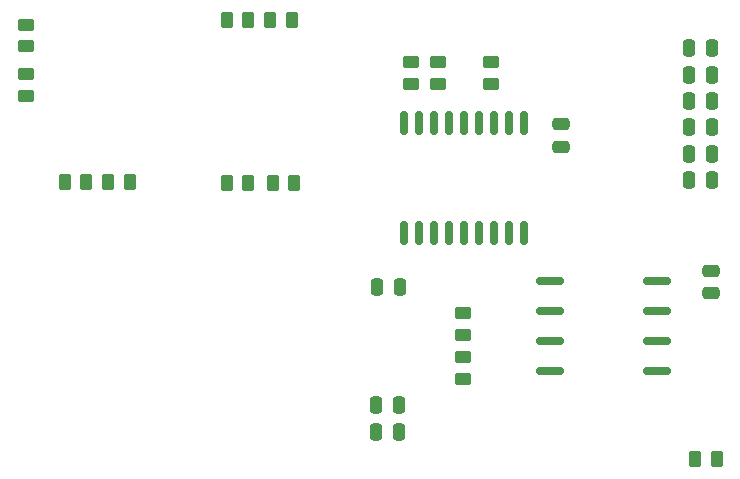
<source format=gtp>
%TF.GenerationSoftware,KiCad,Pcbnew,(6.0.10)*%
%TF.CreationDate,2023-01-13T18:11:07+01:00*%
%TF.ProjectId,InterfaceS88GleisboxRPi,496e7465-7266-4616-9365-533838476c65,rev?*%
%TF.SameCoordinates,Original*%
%TF.FileFunction,Paste,Top*%
%TF.FilePolarity,Positive*%
%FSLAX46Y46*%
G04 Gerber Fmt 4.6, Leading zero omitted, Abs format (unit mm)*
G04 Created by KiCad (PCBNEW (6.0.10)) date 2023-01-13 18:11:07*
%MOMM*%
%LPD*%
G01*
G04 APERTURE LIST*
G04 Aperture macros list*
%AMRoundRect*
0 Rectangle with rounded corners*
0 $1 Rounding radius*
0 $2 $3 $4 $5 $6 $7 $8 $9 X,Y pos of 4 corners*
0 Add a 4 corners polygon primitive as box body*
4,1,4,$2,$3,$4,$5,$6,$7,$8,$9,$2,$3,0*
0 Add four circle primitives for the rounded corners*
1,1,$1+$1,$2,$3*
1,1,$1+$1,$4,$5*
1,1,$1+$1,$6,$7*
1,1,$1+$1,$8,$9*
0 Add four rect primitives between the rounded corners*
20,1,$1+$1,$2,$3,$4,$5,0*
20,1,$1+$1,$4,$5,$6,$7,0*
20,1,$1+$1,$6,$7,$8,$9,0*
20,1,$1+$1,$8,$9,$2,$3,0*%
G04 Aperture macros list end*
%ADD10RoundRect,0.250000X0.450000X-0.262500X0.450000X0.262500X-0.450000X0.262500X-0.450000X-0.262500X0*%
%ADD11RoundRect,0.250000X-0.262500X-0.450000X0.262500X-0.450000X0.262500X0.450000X-0.262500X0.450000X0*%
%ADD12RoundRect,0.250000X-0.475000X0.250000X-0.475000X-0.250000X0.475000X-0.250000X0.475000X0.250000X0*%
%ADD13RoundRect,0.250000X-0.250000X-0.475000X0.250000X-0.475000X0.250000X0.475000X-0.250000X0.475000X0*%
%ADD14RoundRect,0.162500X-1.012500X-0.162500X1.012500X-0.162500X1.012500X0.162500X-1.012500X0.162500X0*%
%ADD15RoundRect,0.250000X-0.450000X0.262500X-0.450000X-0.262500X0.450000X-0.262500X0.450000X0.262500X0*%
%ADD16RoundRect,0.250000X0.262500X0.450000X-0.262500X0.450000X-0.262500X-0.450000X0.262500X-0.450000X0*%
%ADD17RoundRect,0.250000X0.250000X0.475000X-0.250000X0.475000X-0.250000X-0.475000X0.250000X-0.475000X0*%
%ADD18RoundRect,0.150000X0.150000X-0.875000X0.150000X0.875000X-0.150000X0.875000X-0.150000X-0.875000X0*%
G04 APERTURE END LIST*
D10*
%TO.C,R4*%
X126500000Y-62612500D03*
X126500000Y-60787500D03*
%TD*%
%TO.C,R5*%
X93900000Y-63612500D03*
X93900000Y-61787500D03*
%TD*%
D11*
%TO.C,R14*%
X114787500Y-71000000D03*
X116612500Y-71000000D03*
%TD*%
D12*
%TO.C,C3*%
X139200000Y-66050000D03*
X139200000Y-67950000D03*
%TD*%
D13*
%TO.C,C9*%
X125450000Y-92100000D03*
X123550000Y-92100000D03*
%TD*%
D14*
%TO.C,U2*%
X138275000Y-79290000D03*
X138275000Y-81830000D03*
X138275000Y-84370000D03*
X138275000Y-86910000D03*
X147325000Y-86910000D03*
X147325000Y-84370000D03*
X147325000Y-81830000D03*
X147325000Y-79290000D03*
%TD*%
D15*
%TO.C,R3*%
X133300000Y-60787500D03*
X133300000Y-62612500D03*
%TD*%
D13*
%TO.C,C7*%
X150050000Y-61822224D03*
X151950000Y-61822224D03*
%TD*%
%TO.C,C2*%
X150050000Y-68538888D03*
X151950000Y-68538888D03*
%TD*%
D10*
%TO.C,R6*%
X93900000Y-59412500D03*
X93900000Y-57587500D03*
%TD*%
D11*
%TO.C,R7*%
X97187500Y-70900000D03*
X99012500Y-70900000D03*
%TD*%
%TO.C,R8*%
X100887500Y-70900000D03*
X102712500Y-70900000D03*
%TD*%
D16*
%TO.C,R1*%
X152412500Y-94400000D03*
X150587500Y-94400000D03*
%TD*%
D13*
%TO.C,C6*%
X150050000Y-64061112D03*
X151950000Y-64061112D03*
%TD*%
D11*
%TO.C,R12*%
X114587500Y-57200000D03*
X116412500Y-57200000D03*
%TD*%
D17*
%TO.C,C10*%
X125550000Y-79800000D03*
X123650000Y-79800000D03*
%TD*%
D11*
%TO.C,R13*%
X110887500Y-71000000D03*
X112712500Y-71000000D03*
%TD*%
D10*
%TO.C,R10*%
X130900000Y-83856250D03*
X130900000Y-82031250D03*
%TD*%
D12*
%TO.C,C5*%
X151900000Y-78450000D03*
X151900000Y-80350000D03*
%TD*%
D18*
%TO.C,U1*%
X125920000Y-75250000D03*
X127190000Y-75250000D03*
X128460000Y-75250000D03*
X129730000Y-75250000D03*
X131000000Y-75250000D03*
X132270000Y-75250000D03*
X133540000Y-75250000D03*
X134810000Y-75250000D03*
X136080000Y-75250000D03*
X136080000Y-65950000D03*
X134810000Y-65950000D03*
X133540000Y-65950000D03*
X132270000Y-65950000D03*
X131000000Y-65950000D03*
X129730000Y-65950000D03*
X128460000Y-65950000D03*
X127190000Y-65950000D03*
X125920000Y-65950000D03*
%TD*%
D10*
%TO.C,R9*%
X130900000Y-87568750D03*
X130900000Y-85743750D03*
%TD*%
%TO.C,R2*%
X128800000Y-62612500D03*
X128800000Y-60787500D03*
%TD*%
D13*
%TO.C,C1*%
X150050000Y-70777780D03*
X151950000Y-70777780D03*
%TD*%
D11*
%TO.C,R11*%
X110887500Y-57200000D03*
X112712500Y-57200000D03*
%TD*%
D13*
%TO.C,C8*%
X150050000Y-59583336D03*
X151950000Y-59583336D03*
%TD*%
%TO.C,C11*%
X123550000Y-89800000D03*
X125450000Y-89800000D03*
%TD*%
%TO.C,C4*%
X150050000Y-66300000D03*
X151950000Y-66300000D03*
%TD*%
M02*

</source>
